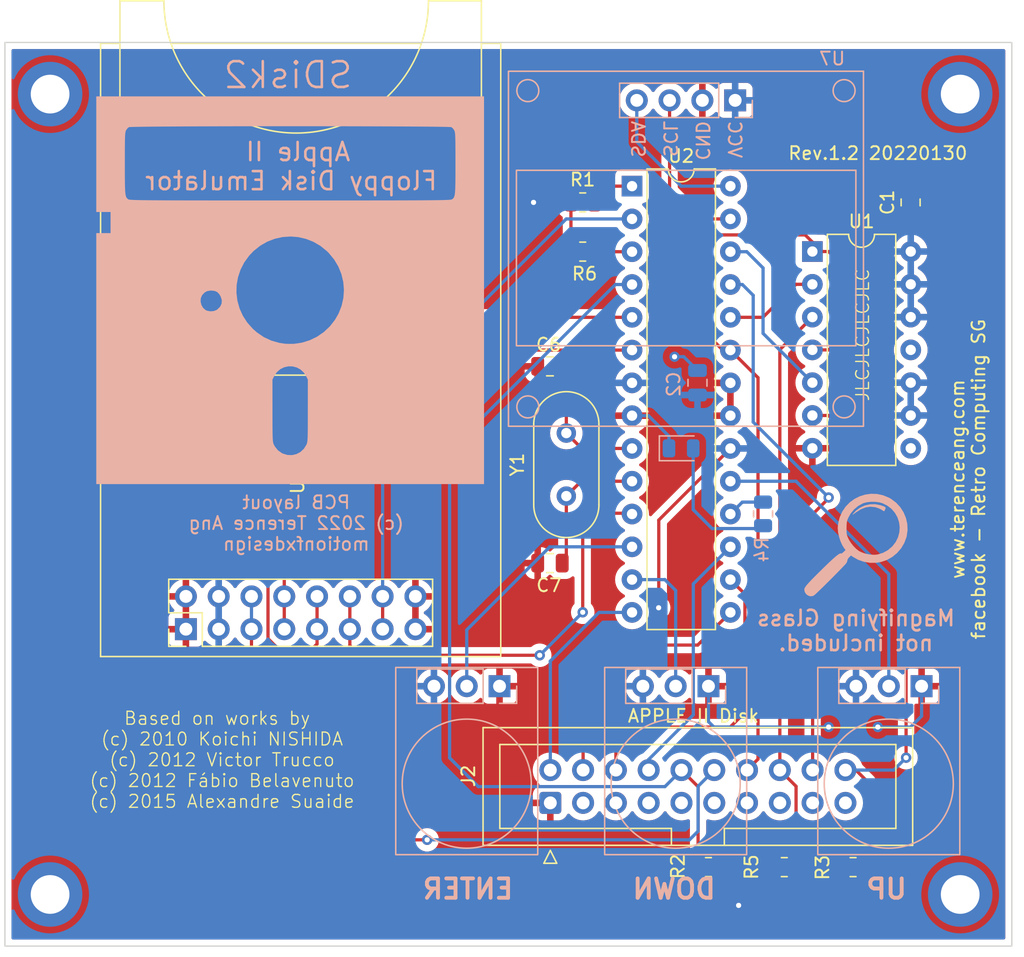
<source format=kicad_pcb>
(kicad_pcb (version 20211014) (generator pcbnew)
  (layers (0 "F.Cu" signal) (31 "B.Cu" signal) (34 "B.Paste" user) (35 "F.Paste" user) (36 "B.SilkS" user "B.Silkscreen") (37 "F.SilkS" user "F.Silkscreen") (38 "B.Mask" user) (39 "F.Mask" user) (44 "Edge.Cuts" user))
  (net 0 "")
  (net 1 "VCC")
  (net 2 "GND")
  (net 3 "+5V")
  (net 4 "Net-(D1-Pad2)")
  (net 5 "/STEP 0")
  (net 6 "/STEP 1")
  (net 7 "/STEP 2")
  (net 8 "/STEP 3")
  (net 9 "/W_REQUEST")
  (net 10 "/DRIVE_EN")
  (net 11 "/RD_PLUSE")
  (net 12 "/WRITE")
  (net 13 "/W_PROTECT")
  (net 16 "/BT_UP")
  (net 17 "/BT_DOWN")
  (net 18 "/BT_ENTER")
  (net 28 "Net-(R1-Pad1)")
  (net 29 "Net-(R4-Pad1)")
  (net 30 "Net-(C6-Pad1)")
  (net 31 "Net-(C7-Pad1)")
  (net 32 "/SD_Eject")
  (net 33 "Net-(U1-Pad2)")
  (net 34 "Net-(U1-Pad5)")
  (net 35 "/SD_DO{slash}MISO")
  (net 36 "/SD_CS{slash}CS")
  (net 37 "/SD_CLK{slash}CLK")
  (net 38 "/SCL")
  (net 39 "/SDA")
  (net 40 "/SD_DI{slash}MOSI")
  (footprint "terence:SDCard Module" (layer "F.Cu") (at -0.646178 21.742836 90)
    (fp_text reference "U3" (at 0 -0.5 90 unlocked) (layer "F.SilkS"))
    (fp_text value "SD_Card_Module")
    (pad "1" thru_hole rect locked (at -11.47 -9.15 90) (size 1.7 1.7) (drill 1) (layers *.Cu *.Mask) (net 2 "GND"))
    (pad "1" thru_hole oval locked (at -8.93 -9.15 90) (size 1.7 1.7) (drill 1) (layers *.Cu *.Mask) (net 2 "GND"))
    (pad "2" thru_hole oval locked (at -8.93 -6.61 90) (size 1.7 1.7) (drill 1) (layers *.Cu *.Mask) (net 1 "VCC"))
    (pad "2" thru_hole oval locked (at -11.47 -6.61 90) (size 1.7 1.7) (drill 1) (layers *.Cu *.Mask) (net 1 "VCC"))
    (pad "3" thru_hole oval locked (at -8.93 -4.07 90) (size 1.7 1.7) (drill 1) (layers *.Cu *.Mask) (net 3 "+5V"))
    (pad "3" thru_hole oval locked (at -11.47 -4.07 90) (size 1.7 1.7) (drill 1) (layers *.Cu *.Mask) (net 3 "+5V"))
    (pad "4" thru_hole oval locked (at -11.47 -1.53 90) (size 1.7 1.7) (drill 1) (layers *.Cu *.Mask) (net 36 "/SD_CS{slash}CS"))
    (pad "4" thru_hole oval locked (at -8.93 -1.53 90) (size 1.7 1.7) (drill 1) (layers *.Cu *.Mask) (net 36 "/SD_CS{slash}CS"))
    (pad "5" thru_hole oval locked (at -11.47 1.01 90) (size 1.7 1.7) (drill 1) (layers *.Cu *.Mask) (net 40 "/SD_DI{slash}MOSI"))
    (pad "5" thru_hole oval locked (at -8.93 1.01 90) (size 1.7 1.7) (drill 1) (layers *.Cu *.Mask) (net 40 "/SD_DI{slash}MOSI"))
    (pad "6" thru_hole oval locked (at -11.47 3.55 90) (size 1.7 1.7) (drill 1) (layers *.Cu *.Mask) (net 37 "/SD_CLK{slash}CLK"))
    (pad "6" thru_hole oval locked (at -8.93 3.55 90) (size 1.7 1.7) (drill 1) (layers *.Cu *.Mask) (net 37 "/SD_CLK{slash}CLK"))
    (pad "7" thru_hole oval locked (at -11.47 6.09 90) (size 1.7 1.7) (drill 1) (layers *.Cu *.Mask) (net 35 "/SD_DO{slash}MISO"))
    (pad "7" thru_hole oval locked (at -8.93 6.09 90) (size 1.7 1.7) (drill 1) (layers *.Cu *.Mask) (net 35 "/SD_DO{slash}MISO"))
    (pad "8" thru_hole oval locked (at -11.47 8.63 90) (size 1.7 1.7) (drill 1) (layers *.Cu *.Mask) (net 2 "GND"))
    (pad "8" thru_hole oval locked (at -8.93 8.63 90) (size 1.7 1.7) (drill 1) (layers *.Cu *.Mask) (net 2 "GND"))
  )
  (footprint "Resistor_SMD:R_0805_2012Metric" (layer "F.Cu") (at 20.943822 3.962836)
    (fp_text reference "R6" (at 0.143832 1.720566) (layer "F.SilkS"))
    (fp_text value "10K")
    (pad "1" smd roundrect (at -0.9125 0) (size 1.025 1.4) (layers "F.Cu" "F.Paste" "F.Mask") (roundrect_rratio 0.243902439) (net 1 "VCC"))
    (pad "2" smd roundrect (at 0.9125 0) (size 1.025 1.4) (layers "F.Cu" "F.Paste" "F.Mask") (roundrect_rratio 0.243902439) (net 32 "/SD_Eject"))
  )
  (footprint "Package_DIP:DIP-14_W7.62mm" (layer "F.Cu") (at 38.733822 3.957836)
    (fp_text reference "U1" (at 3.81 -2.33) (layer "F.SilkS"))
    (fp_text value "74HC125")
    (pad "1" thru_hole rect (at 0 0) (size 1.6 1.6) (drill 0.8) (layers *.Cu *.Mask) (net 10 "/DRIVE_EN"))
    (pad "2" thru_hole oval (at 0 2.54) (size 1.6 1.6) (drill 0.8) (layers *.Cu *.Mask) (net 33 "Net-(U1-Pad2)"))
    (pad "3" thru_hole oval (at 0 5.08) (size 1.6 1.6) (drill 0.8) (layers *.Cu *.Mask) (net 11 "/RD_PLUSE"))
    (pad "4" thru_hole oval (at 0 7.62) (size 1.6 1.6) (drill 0.8) (layers *.Cu *.Mask) (net 10 "/DRIVE_EN"))
    (pad "5" thru_hole oval (at 0 10.16) (size 1.6 1.6) (drill 0.8) (layers *.Cu *.Mask) (net 34 "Net-(U1-Pad5)"))
    (pad "6" thru_hole oval (at 0 12.7) (size 1.6 1.6) (drill 0.8) (layers *.Cu *.Mask) (net 13 "/W_PROTECT"))
    (pad "7" thru_hole oval (at 0 15.24) (size 1.6 1.6) (drill 0.8) (layers *.Cu *.Mask) (net 2 "GND"))
    (pad "8" thru_hole oval (at 7.62 15.24) (size 1.6 1.6) (drill 0.8) (layers *.Cu *.Mask))
    (pad "9" thru_hole oval (at 7.62 12.7) (size 1.6 1.6) (drill 0.8) (layers *.Cu *.Mask) (net 1 "VCC"))
    (pad "10" thru_hole oval (at 7.62 10.16) (size 1.6 1.6) (drill 0.8) (layers *.Cu *.Mask) (net 1 "VCC"))
    (pad "11" thru_hole oval (at 7.62 7.62) (size 1.6 1.6) (drill 0.8) (layers *.Cu *.Mask))
    (pad "12" thru_hole oval (at 7.62 5.08) (size 1.6 1.6) (drill 0.8) (layers *.Cu *.Mask) (net 1 "VCC"))
    (pad "13" thru_hole oval (at 7.62 2.54) (size 1.6 1.6) (drill 0.8) (layers *.Cu *.Mask) (net 1 "VCC"))
    (pad "14" thru_hole oval (at 7.62 0) (size 1.6 1.6) (drill 0.8) (layers *.Cu *.Mask) (net 1 "VCC"))
  )
  (footprint "Capacitor_SMD:C_0805_2012Metric" (layer "F.Cu") (at 18.403822 12.852836 180)
    (fp_text reference "C6" (at 0.099689 1.677657) (layer "F.SilkS"))
    (fp_text value "16pf")
    (pad "1" smd roundrect (at -0.95 0 180) (size 1 1.45) (layers "F.Cu" "F.Paste" "F.Mask") (net 30 "Net-(C6-Pad1)"))
    (pad "2" smd roundrect (at 0.95 0 180) (size 1 1.45) (layers "F.Cu" "F.Paste" "F.Mask") (net 2 "GND"))
  )
  (footprint "Resistor_SMD:R_0805_2012Metric" (layer "F.Cu") (at 36.557603 51.644541 180)
    (fp_text reference "R5" (at 2.54 0.002673 90) (layer "F.SilkS"))
    (fp_text value "100K")
    (pad "1" smd roundrect (at -0.9125 0 180) (size 1.025 1.4) (layers "F.Cu" "F.Paste" "F.Mask") (roundrect_rratio 0.243902439) (net 11 "/RD_PLUSE"))
    (pad "2" smd roundrect (at 0.9125 0 180) (size 1.025 1.4) (layers "F.Cu" "F.Paste" "F.Mask") (roundrect_rratio 0.243902439) (net 2 "GND"))
  )
  (footprint "Crystal:Crystal_HC49-U_Vertical" (layer "F.Cu") (at 19.673822 18.022836 -90)
    (fp_text reference "Y1" (at 2.44 3.802456 90) (layer "F.SilkS"))
    (fp_text value "27Mhz")
    (pad "1" thru_hole circle (at 0 0 270) (size 1.5 1.5) (drill 0.8) (layers *.Cu *.Mask) (net 30 "Net-(C6-Pad1)"))
    (pad "2" thru_hole circle (at 4.88 0 270) (size 1.5 1.5) (drill 0.8) (layers *.Cu *.Mask) (net 31 "Net-(C7-Pad1)"))
  )
  (footprint "Capacitor_SMD:C_0805_2012Metric" (layer "F.Cu") (at 46.343822 0.152836 90)
    (fp_text reference "C1" (at 0 -1.800115 90) (layer "F.SilkS"))
    (fp_text value "1nF")
    (pad "1" smd roundrect (at -0.95 0 90) (size 1 1.45) (layers "F.Cu" "F.Paste" "F.Mask") (net 1 "VCC"))
    (pad "2" smd roundrect (at 0.95 0 90) (size 1 1.45) (layers "F.Cu" "F.Paste" "F.Mask") (net 2 "GND"))
  )
  (footprint "Resistor_SMD:R_0805_2012Metric" (layer "F.Cu") (at 20.943822 0.152836 180)
    (fp_text reference "R1" (at 0.008842 1.759431) (layer "F.SilkS"))
    (fp_text value "10K" hide)
    (pad "1" smd roundrect (at -0.9125 0 180) (size 1.025 1.4) (layers "F.Cu" "F.Paste" "F.Mask") (roundrect_rratio 0.243902439) (net 28 "Net-(R1-Pad1)"))
    (pad "2" smd roundrect (at 0.9125 0 180) (size 1.025 1.4) (layers "F.Cu" "F.Paste" "F.Mask") (roundrect_rratio 0.243902439) (net 1 "VCC"))
  )
  (footprint "Package_DIP:DIP-28_W7.62mm" (layer "F.Cu") (at 24.763822 -1.107164)
    (fp_text reference "U2" (at 3.81 -2.33) (layer "F.SilkS"))
    (fp_text value "ATmega328P-P")
    (pad "1" thru_hole rect (at 0 0) (size 1.6 1.6) (drill 0.8) (layers *.Cu *.Mask) (net 28 "Net-(R1-Pad1)"))
    (pad "2" thru_hole oval (at 0 2.54) (size 1.6 1.6) (drill 0.8) (layers *.Cu *.Mask) (net 35 "/SD_DO{slash}MISO"))
    (pad "3" thru_hole oval (at 0 5.08) (size 1.6 1.6) (drill 0.8) (layers *.Cu *.Mask) (net 32 "/SD_Eject"))
    (pad "4" thru_hole oval (at 0 7.62) (size 1.6 1.6) (drill 0.8) (layers *.Cu *.Mask) (net 9 "/W_REQUEST"))
    (pad "5" thru_hole oval (at 0 10.16) (size 1.6 1.6) (drill 0.8) (layers *.Cu *.Mask) (net 40 "/SD_DI{slash}MOSI"))
    (pad "6" thru_hole oval (at 0 12.7) (size 1.6 1.6) (drill 0.8) (layers *.Cu *.Mask) (net 36 "/SD_CS{slash}CS"))
    (pad "7" thru_hole oval (at 0 15.24) (size 1.6 1.6) (drill 0.8) (layers *.Cu *.Mask) (net 1 "VCC"))
    (pad "8" thru_hole oval (at 0 17.78) (size 1.6 1.6) (drill 0.8) (layers *.Cu *.Mask) (net 2 "GND"))
    (pad "9" thru_hole oval (at 0 20.32) (size 1.6 1.6) (drill 0.8) (layers *.Cu *.Mask) (net 30 "Net-(C6-Pad1)"))
    (pad "10" thru_hole oval (at 0 22.86) (size 1.6 1.6) (drill 0.8) (layers *.Cu *.Mask) (net 31 "Net-(C7-Pad1)"))
    (pad "11" thru_hole oval (at 0 25.4) (size 1.6 1.6) (drill 0.8) (layers *.Cu *.Mask) (net 37 "/SD_CLK{slash}CLK"))
    (pad "12" thru_hole oval (at 0 27.94) (size 1.6 1.6) (drill 0.8) (layers *.Cu *.Mask) (net 18 "/BT_ENTER"))
    (pad "13" thru_hole oval (at 0 30.48) (size 1.6 1.6) (drill 0.8) (layers *.Cu *.Mask) (net 17 "/BT_DOWN"))
    (pad "14" thru_hole oval (at 0 33.02) (size 1.6 1.6) (drill 0.8) (layers *.Cu *.Mask) (net 5 "/STEP 0"))
    (pad "15" thru_hole oval (at 7.62 33.02) (size 1.6 1.6) (drill 0.8) (layers *.Cu *.Mask) (net 6 "/STEP 1"))
    (pad "16" thru_hole oval (at 7.62 30.48) (size 1.6 1.6) (drill 0.8) (layers *.Cu *.Mask) (net 7 "/STEP 2"))
    (pad "17" thru_hole oval (at 7.62 27.94) (size 1.6 1.6) (drill 0.8) (layers *.Cu *.Mask) (net 8 "/STEP 3"))
    (pad "18" thru_hole oval (at 7.62 25.4) (size 1.6 1.6) (drill 0.8) (layers *.Cu *.Mask) (net 29 "Net-(R4-Pad1)"))
    (pad "19" thru_hole oval (at 7.62 22.86) (size 1.6 1.6) (drill 0.8) (layers *.Cu *.Mask) (net 16 "/BT_UP"))
    (pad "20" thru_hole oval (at 7.62 20.32) (size 1.6 1.6) (drill 0.8) (layers *.Cu *.Mask) (net 1 "VCC"))
    (pad "21" thru_hole oval (at 7.62 17.78) (size 1.6 1.6) (drill 0.8) (layers *.Cu *.Mask) (net 2 "GND"))
    (pad "22" thru_hole oval (at 7.62 15.24) (size 1.6 1.6) (drill 0.8) (layers *.Cu *.Mask) (net 2 "GND"))
    (pad "23" thru_hole oval (at 7.62 12.7) (size 1.6 1.6) (drill 0.8) (layers *.Cu *.Mask) (net 10 "/DRIVE_EN"))
    (pad "24" thru_hole oval (at 7.62 10.16) (size 1.6 1.6) (drill 0.8) (layers *.Cu *.Mask) (net 33 "Net-(U1-Pad2)"))
    (pad "25" thru_hole oval (at 7.62 7.62) (size 1.6 1.6) (drill 0.8) (layers *.Cu *.Mask) (net 12 "/WRITE"))
    (pad "26" thru_hole oval (at 7.62 5.08) (size 1.6 1.6) (drill 0.8) (layers *.Cu *.Mask) (net 34 "Net-(U1-Pad5)"))
    (pad "27" thru_hole oval (at 7.62 2.54) (size 1.6 1.6) (drill 0.8) (layers *.Cu *.Mask) (net 38 "/SCL"))
    (pad "28" thru_hole oval (at 7.62 0) (size 1.6 1.6) (drill 0.8) (layers *.Cu *.Mask) (net 39 "/SDA"))
  )
  (footprint "Resistor_SMD:R_0805_2012Metric" (layer "F.Cu") (at 41.885574 51.644541 180)
    (fp_text reference "R3" (at 2.36413 -0.035233 90) (layer "F.SilkS"))
    (fp_text value "100K")
    (pad "1" smd roundrect (at -0.9125 0 180) (size 1.025 1.4) (layers "F.Cu" "F.Paste" "F.Mask") (roundrect_rratio 0.243902439) (net 13 "/W_PROTECT"))
    (pad "2" smd roundrect (at 0.9125 0 180) (size 1.025 1.4) (layers "F.Cu" "F.Paste" "F.Mask") (roundrect_rratio 0.243902439) (net 2 "GND"))
  )
  (footprint "Connector_IDC:IDC-Header_2x10_P2.54mm_Vertical" (layer "F.Cu") (at 18.432838 46.667415 90)
    (fp_text reference "J2" (at 2.08375 -6.35 90) (layer "F.SilkS"))
    (fp_text value "APPLE II Disk" (at 6.735515 11.086681) (layer "F.SilkS"))
    (pad "1" thru_hole roundrect (at 0 0 90) (size 1.7 1.7) (drill 1) (layers *.Cu *.Mask) (roundrect_rratio 0.1470588235) (net 2 "GND"))
    (pad "2" thru_hole circle (at 2.54 0 90) (size 1.7 1.7) (drill 1) (layers *.Cu *.Mask) (net 5 "/STEP 0"))
    (pad "3" thru_hole circle (at 0 2.54 90) (size 1.7 1.7) (drill 1) (layers *.Cu *.Mask))
    (pad "4" thru_hole circle (at 2.54 2.54 90) (size 1.7 1.7) (drill 1) (layers *.Cu *.Mask) (net 6 "/STEP 1"))
    (pad "5" thru_hole circle (at 0 5.08 90) (size 1.7 1.7) (drill 1) (layers *.Cu *.Mask))
    (pad "6" thru_hole circle (at 2.54 5.08 90) (size 1.7 1.7) (drill 1) (layers *.Cu *.Mask) (net 7 "/STEP 2"))
    (pad "7" thru_hole circle (at 0 7.62 90) (size 1.7 1.7) (drill 1) (layers *.Cu *.Mask))
    (pad "8" thru_hole circle (at 2.54 7.62 90) (size 1.7 1.7) (drill 1) (layers *.Cu *.Mask) (net 8 "/STEP 3"))
    (pad "9" thru_hole circle (at 0 10.16 90) (size 1.7 1.7) (drill 1) (layers *.Cu *.Mask))
    (pad "10" thru_hole circle (at 2.54 10.16 90) (size 1.7 1.7) (drill 1) (layers *.Cu *.Mask) (net 9 "/W_REQUEST"))
    (pad "11" thru_hole circle (at 0 12.7 90) (size 1.7 1.7) (drill 1) (layers *.Cu *.Mask))
    (pad "12" thru_hole circle (at 2.54 12.7 90) (size 1.7 1.7) (drill 1) (layers *.Cu *.Mask) (net 3 "+5V"))
    (pad "13" thru_hole circle (at 0 15.24 90) (size 1.7 1.7) (drill 1) (layers *.Cu *.Mask))
    (pad "14" thru_hole circle (at 2.54 15.24 90) (size 1.7 1.7) (drill 1) (layers *.Cu *.Mask) (net 10 "/DRIVE_EN"))
    (pad "15" thru_hole circle (at 0 17.78 90) (size 1.7 1.7) (drill 1) (layers *.Cu *.Mask))
    (pad "16" thru_hole circle (at 2.54 17.78 90) (size 1.7 1.7) (drill 1) (layers *.Cu *.Mask) (net 11 "/RD_PLUSE"))
    (pad "17" thru_hole circle (at 0 20.32 90) (size 1.7 1.7) (drill 1) (layers *.Cu *.Mask))
    (pad "18" thru_hole circle (at 2.54 20.32 90) (size 1.7 1.7) (drill 1) (layers *.Cu *.Mask) (net 12 "/WRITE"))
    (pad "19" thru_hole circle (at 0 22.86 90) (size 1.7 1.7) (drill 1) (layers *.Cu *.Mask))
    (pad "20" thru_hole circle (at 2.54 22.86 90) (size 1.7 1.7) (drill 1) (layers *.Cu *.Mask) (net 13 "/W_PROTECT"))
  )
  (footprint "Capacitor_SMD:C_0805_2012Metric" (layer "F.Cu") (at 18.403822 28.092836 180)
    (fp_text reference "C7" (at 0.076201 -1.724109) (layer "F.SilkS"))
    (fp_text value "16pf" hide)
    (pad "1" smd roundrect (at -0.95 0 180) (size 1 1.45) (layers "F.Cu" "F.Paste" "F.Mask") (net 31 "Net-(C7-Pad1)"))
    (pad "2" smd roundrect (at 0.95 0 180) (size 1 1.45) (layers "F.Cu" "F.Paste" "F.Mask") (net 2 "GND"))
  )
  (footprint "Resistor_SMD:R_0805_2012Metric" (layer "F.Cu") (at 30.682661 51.644541 180)
    (fp_text reference "R2" (at 2.360583 0.046976 90) (layer "F.SilkS"))
    (fp_text value "10K")
    (pad "1" smd roundrect (at -0.9125 0 180) (size 1.025 1.4) (layers "F.Cu" "F.Paste" "F.Mask") (roundrect_rratio 0.243902439) (net 1 "VCC"))
    (pad "2" smd roundrect (at 0.9125 0 180) (size 1.025 1.4) (layers "F.Cu" "F.Paste" "F.Mask") (roundrect_rratio 0.243902439) (net 9 "/W_REQUEST"))
  )
  (footprint "LOGO" (layer "B.Cu") (at 42.109593 26.67 180)
    (fp_text reference "G***" hide)
    (fp_text value "LOGO" hide)
  )
  (footprint "Capacitor_SMD:C_0805_2012Metric" (layer "B.Cu") (at 29.833822 14.122836 90)
    (fp_text reference "C2" (at -0.120052 -1.845038 90) (layer "B.SilkS") (effects (justify mirror)))
    (fp_text value "1nF" hide)
    (pad "1" smd roundrect (at -0.95 0 90) (size 1 1.45) (layers "B.Cu" "B.Paste" "B.Mask") (net 1 "VCC"))
    (pad "2" smd roundrect (at 0.95 0 90) (size 1 1.45) (layers "B.Cu" "B.Paste" "B.Mask") (net 2 "GND"))
  )
  (footprint "terence:TP223" (layer "B.Cu") (at 50.153822 36.177836 180)
    (fp_text reference "U4" hide)
    (fp_text value "UP")
    (pad "1" thru_hole rect (at 2.96 -1.450984 90) (size 1.7 1.7) (drill 1) (layers *.Cu *.Mask) (net 2 "GND"))
    (pad "2" thru_hole oval (at 5.5 -1.450984 90) (size 1.7 1.7) (drill 1) (layers *.Cu *.Mask) (net 16 "/BT_UP"))
    (pad "3" thru_hole oval (at 8.04 -1.450984 90) (size 1.7 1.7) (drill 1) (layers *.Cu *.Mask) (net 1 "VCC"))
  )
  (footprint "terence:TP223" (layer "B.Cu") (at 33.643822 36.177836 180)
    (fp_text reference "U5" hide)
    (fp_text value "DOWN")
    (pad "1" thru_hole rect (at 2.96 -1.450984 90) (size 1.7 1.7) (drill 1) (layers *.Cu *.Mask) (net 2 "GND"))
    (pad "2" thru_hole oval (at 5.5 -1.450984 90) (size 1.7 1.7) (drill 1) (layers *.Cu *.Mask) (net 17 "/BT_DOWN"))
    (pad "3" thru_hole oval (at 8.04 -1.450984 90) (size 1.7 1.7) (drill 1) (layers *.Cu *.Mask) (net 1 "VCC"))
  )
  (footprint "terence:TP223" (layer "B.Cu") (at 17.458822 36.177836 180)
    (fp_text reference "U6" hide)
    (fp_text value "ENTER")
    (pad "1" thru_hole rect (at 2.96 -1.450984 90) (size 1.7 1.7) (drill 1) (layers *.Cu *.Mask) (net 2 "GND"))
    (pad "2" thru_hole oval (at 5.5 -1.450984 90) (size 1.7 1.7) (drill 1) (layers *.Cu *.Mask) (net 18 "/BT_ENTER"))
    (pad "3" thru_hole oval (at 8.04 -1.450984 90) (size 1.7 1.7) (drill 1) (layers *.Cu *.Mask) (net 1 "VCC"))
  )
  (footprint "LOGO" (layer "B.Cu") (at -1.720671 6.956086 180)
    (fp_text reference "G***" hide)
    (fp_text value "LOGO" hide)
  )
  (footprint "LED_SMD:LED_0805_2012Metric" (layer "B.Cu") (at 28.563822 19.202836)
    (fp_text reference "D1" hide)
    (fp_text value "LED" hide)
    (pad "1" smd roundrect (at -0.9375 0) (size 0.975 1.4) (layers "B.Cu" "B.Paste" "B.Mask") (net 2 "GND"))
    (pad "2" smd roundrect (at 0.9375 0) (size 0.975 1.4) (layers "B.Cu" "B.Paste" "B.Mask") (net 4 "Net-(D1-Pad2)"))
  )
  (footprint "Resistor_SMD:R_0805_2012Metric" (layer "B.Cu") (at 34.913822 24.282836 -90)
    (fp_text reference "R4" (at 2.768022 0.093953 90) (layer "B.SilkS") (effects (justify mirror)))
    (fp_text value "330")
    (pad "1" smd roundrect (at -0.9125 0 270) (size 1.025 1.4) (layers "B.Cu" "B.Paste" "B.Mask") (roundrect_rratio 0.243902439) (net 29 "Net-(R4-Pad1)"))
    (pad "2" smd roundrect (at 0.9125 0 270) (size 1.025 1.4) (layers "B.Cu" "B.Paste" "B.Mask") (roundrect_rratio 0.243902439) (net 4 "Net-(D1-Pad2)"))
  )
  (footprint "terence:0.96OLED I2C" (layer "B.Cu") (at 42.691322 -10.007164 180)
    (fp_text reference "U7" (at 2.423005 0.975484 unlocked) (layer "B.SilkS") (effects (justify mirror)))
    (fp_text value "0.96\"OLED_I2C")
    (fp_text user "SDA" (at 17.479131 -5.260521 270 unlocked) (layer "B.SilkS") (effects (justify mirror)))
    (fp_text user "SCL" (at 14.97858 -5.236712 270 unlocked) (layer "B.SilkS") (effects (justify mirror)))
    (fp_text user "VCC" (at 9.977478 -5.284331 270 unlocked) (layer "B.SilkS") (effects (justify mirror)))
    (fp_text user "CND" (at 12.478029 -5.379569 270 unlocked) (layer "B.SilkS") (effects (justify mirror)))
    (pad "1" thru_hole rect (at 9.94 -2.253978 90) (size 1.7 1.7) (drill 1) (layers *.Cu *.Mask) (net 1 "VCC"))
    (pad "2" thru_hole oval (at 12.48 -2.253978 90) (size 1.7 1.7) (drill 1) (layers *.Cu *.Mask) (net 2 "GND"))
    (pad "3" thru_hole oval (at 15.02 -2.253978 90) (size 1.7 1.7) (drill 1) (layers *.Cu *.Mask) (net 38 "/SCL"))
    (pad "4" thru_hole oval (at 17.56 -2.253978 90) (size 1.7 1.7) (drill 1) (layers *.Cu *.Mask) (net 39 "/SDA"))
  )
  (gr_rect (start -23.816178 -12.237164) (end 54.183822 57.762836) (layer "Edge.Cuts") (width 0.1) (fill none))
  (gr_text "PCB layout\n(c) 2022 Terence Ang\nmotionfxdesign" (at -1.248198 24.999727) (layer "B.SilkS") (effects (font (size 1 1)) (justify mirror)))
  (gr_text "DOWN" (at 28.02017 53.34) (layer "B.SilkS") (effects (font (size 1.5 1.5) (thickness 0.3)) (justify mirror)))
  (gr_text "SDisk2" (at -1.887596 -9.705796) (layer "B.SilkS") (effects (font (size 2 2) (thickness 0.2)) (justify mirror)))
  (gr_text "ENTER" (at 12.053822 53.34) (layer "B.SilkS") (effects (font (size 1.5 1.5) (thickness 0.3)) (justify mirror)))
  (gr_text "UP" (at 44.474285 53.34) (layer "B.SilkS") (effects (font (size 1.5 1.5) (thickness 0.3)) (justify mirror)))
  (gr_text "Magnifying Glass\nnot included." (at 42.106267 33.325091) (layer "B.SilkS") (effects (font (size 1.2 1.2) (thickness 0.2)) (justify mirror)))
  (gr_text "Apple II \nFloppy Disk Emulator" (at -1.642563 -2.638962) (layer "B.SilkS") (effects (font (size 1.4 1.4) (thickness 0.2)) (justify mirror)))
  (gr_text "Based on works by \n(c) 2010 Koichi NISHIDA\n(c) 2012 Victor Trucco\n(c) 2012 Fábio Belavenuto\n(c) 2015 Alexandre Suaide" (at -6.996178 43.332836) (layer "F.SilkS") (effects (font (size 1 1) (thickness 0.1))))
  (gr_text "JLCJLCJLCJLC" (at 42.622322 10.422923 90) (layer "F.SilkS") (effects (font (size 1 1) (thickness 0.1))))
  (gr_text "Rev.1.2 20220130" (at 43.803822 -3.657164) (layer "F.SilkS") (effects (font (size 1 1))))
  (gr_text "www.terenceang.com\nfacebook - Retro Computing SG" (at 50.8 21.59 90) (layer "F.SilkS") (effects (font (size 1 1))))
  (segment (start -7.256178 30.672836) (end -7.256178 33.212836) (width 0.25) (layer "F.Cu") (net 1))
  (segment (start 31.595161 51.644541) (end 33.02 53.06938) (width 0.25) (layer "F.Cu") (net 1))
  (segment (start 33.02 53.06938) (end 33.02 54.61) (width 0.25) (layer "F.Cu") (net 1))
  (segment (start 26.824399 31.553433) (end 26.835315 31.542517) (width 0.25) (layer "F.Cu") (net 1))
  (segment (start 20.031322 0.152836) (end 17.133822 0.152836) (width 0.25) (layer "F.Cu") (net 1))
  (segment (start 46.353822 1.112836) (end 46.353822 3.957836) (width 0.25) (layer "F.Cu") (net 1))
  (segment (start 20.031322 3.962836) (end 20.031322 0.152836) (width 0.25) (layer "F.Cu") (net 1))
  (segment (start 26.835315 24.761343) (end 32.383822 19.212836) (width 0.25) (layer "F.Cu") (net 1))
  (segment (start 26.835315 31.542517) (end 26.835315 24.761343) (width 0.25) (layer "F.Cu") (net 1))
  (via (at 33.02 54.61) (size 0.8) (drill 0.4) (layers "F.Cu" "B.Cu") (net 1))
  (via (at 26.824399 31.553433) (size 0.8) (drill 0.4) (layers "F.Cu" "B.Cu") (net 1))
  (via (at 17.133822 0.152836) (size 0.8) (drill 0.4) (layers "F.Cu" "B.Cu") (net 1))
  (segment (start 39.993822 40.792836) (end 43.803822 40.792836) (width 0.25) (layer "F.Cu") (net 2))
  (via (at 50.183822 -8.237164) (size 5) (drill 3) (layers "F.Cu" "B.Cu") (net 2))
  (via (at -20.316178 -8.237164) (size 5) (drill 3) (layers "F.Cu" "B.Cu") (net 2))
  (via (at -20.316178 53.762836) (size 5) (drill 3) (layers "F.Cu" "B.Cu") (net 2))
  (via (at 28.058063 12.106864) (size 0.8) (drill 0.4) (layers "F.Cu" "B.Cu") (net 2))
  (via (at 39.993822 40.792836) (size 0.8) (drill 0.4) (layers "F.Cu" "B.Cu") (net 2))
  (via (at 43.803822 40.792836) (size 0.8) (drill 0.4) (layers "F.Cu" "B.Cu") (net 2))
  (via (at 50.183822 53.762836) (size 5) (drill 3) (layers "F.Cu" "B.Cu") (net 2))
  (segment (start 30.683822 37.62882) (end 30.683822 40.372836) (width 0.25) (layer "B.Cu") (net 2))
  (segment (start 47.193822 39.942836) (end 47.193822 37.62882) (width 0.25) (layer "B.Cu") (net 2))
  (segment (start 28.058063 12.106864) (end 28.76785 12.106864) (width 0.25) (layer "B.Cu") (net 2))
  (segment (start 46.343822 40.792836) (end 47.193822 39.942836) (width 0.25) (layer "B.Cu") (net 2))
  (segment (start 27.626322 19.202836) (end 27.626322 18.265336) (width 0.25) (layer "B.Cu") (net 2))
  (segment (start 31.103822 40.792836) (end 39.993822 40.792836) (width 0.25) (layer "B.Cu") (net 2))
  (segment (start 26.033822 16.672836) (end 24.763822 16.672836) (width 0.25) (layer "B.Cu") (net 2))
  (segment (start 28.76785 12.106864) (end 29.833822 13.172836) (width 0.25) (layer "B.Cu") (net 2))
  (segment (start 43.803822 40.792836) (end 46.343822 40.792836) (width 0.25) (layer "B.Cu") (net 2))
  (segment (start 27.626322 18.265336) (end 26.033822 16.672836) (width 0.25) (layer "B.Cu") (net 2))
  (segment (start 30.683822 40.372836) (end 31.103822 40.792836) (width 0.25) (layer "B.Cu") (net 2))
  (segment (start -4.716178 46.083822) (end -1.27 49.53) (width 0.25) (layer "F.Cu") (net 3))
  (segment (start -4.716178 33.212836) (end -4.716178 46.083822) (width 0.25) (layer "F.Cu") (net 3))
  (segment (start -1.27 49.53) (end 8.89 49.53) (width 0.25) (layer "F.Cu") (net 3))
  (via (at 8.89 49.53) (size 0.8) (drill 0.4) (layers "F.Cu" "B.Cu") (net 3))
  (segment (start 8.89 49.53) (end 29.21 49.53) (width 0.25) (layer "B.Cu") (net 3))
  (segment (start 29.21 49.53) (end 29.879937 48.860063) (width 0.25) (layer "B.Cu") (net 3))
  (segment (start 29.879937 45.380316) (end 31.132838 44.127415) (width 0.25) (layer "B.Cu") (net 3))
  (segment (start -4.716178 33.212836) (end -4.716178 30.672836) (width 0.25) (layer "B.Cu") (net 3))
  (segment (start 29.879937 48.860063) (end 29.879937 45.380316) (width 0.25) (layer "B.Cu") (net 3))
  (segment (start 29.501322 23.950336) (end 29.501322 19.202836) (width 0.25) (layer "B.Cu") (net 4))
  (segment (start 30.968333 25.417347) (end 29.501322 23.950336) (width 0.25) (layer "B.Cu") (net 4))
  (segment (start 34.691811 25.417347) (end 30.968333 25.417347) (width 0.25) (layer "B.Cu") (net 4))
  (segment (start 18.432838 35.68382) (end 18.432838 44.127415) (width 0.25) (layer "B.Cu") (net 5))
  (segment (start 24.763822 31.912836) (end 22.203822 31.912836) (width 0.25) (layer "B.Cu") (net 5))
  (segment (start 22.203822 31.912836) (end 18.432838 35.68382) (width 0.25) (layer "B.Cu") (net 5))
  (segment (start 20.972838 44.127415) (end 20.972838 36.95382) (width 0.25) (layer "F.Cu") (net 6))
  (segment (start 29.853822 34.442836) (end 32.383822 31.912836) (width 0.25) (layer "F.Cu") (net 6))
  (segment (start 23.483822 34.442836) (end 29.853822 34.442836) (width 0.25) (layer "F.Cu") (net 6))
  (segment (start 20.972838 36.95382) (end 23.483822 34.442836) (width 0.25) (layer "F.Cu") (net 6))
  (segment (start 33.508333 30.497347) (end 32.383822 29.372836) (width 0.25) (layer "F.Cu") (net 7))
  (segment (start 23.512838 42.261207) (end 24.981209 40.792836) (width 0.25) (layer "F.Cu") (net 7))
  (segment (start 32.373822 40.792836) (end 33.508333 39.658325) (width 0.25) (layer "F.Cu") (net 7))
  (segment (start 24.981209 40.792836) (end 32.373822 40.792836) (width 0.25) (layer "F.Cu") (net 7))
  (segment (start 33.508333 39.658325) (end 33.508333 30.497347) (width 0.25) (layer "F.Cu") (net 7))
  (segment (start 23.512838 44.127415) (end 23.512838 42.261207) (width 0.25) (layer "F.Cu") (net 7))
  (segment (start 32.383822 26.832836) (end 29.509311 29.707347) (width 0.25) (layer "B.Cu") (net 8))
  (segment (start 26.052838 43.30382) (end 26.052838 44.127415) (width 0.25) (layer "B.Cu") (net 8))
  (segment (start 29.509311 39.847347) (end 26.052838 43.30382) (width 0.25) (layer "B.Cu") (net 8))
  (segment (start 29.509311 29.707347) (end 29.509311 39.847347) (width 0.25) (layer "B.Cu") (net 8))
  (segment (start 28.592838 44.127415) (end 29.879936 45.414513) (width 0.25) (layer "F.Cu") (net 9))
  (segment (start 29.879936 45.414513) (end 29.879936 51.534766) (width 0.25) (layer "F.Cu") (net 9))
  (segment (start 10.630986 19.355672) (end 23.473822 6.512836) (width 0.25) (layer "B.Cu") (net 9))
  (segment (start 23.473822 6.512836) (end 24.763822 6.512836) (width 0.25) (layer "B.Cu") (net 9))
  (segment (start 27.313202 45.407051) (end 12.858037 45.407051) (width 0.25) (layer "B.Cu") (net 9))
  (segment (start 28.592838 44.127415) (end 27.313202 45.407051) (width 0.25) (layer "B.Cu") (net 9))
  (segment (start 10.630986 43.18) (end 10.630986 19.355672) (width 0.25) (layer "B.Cu") (net 9))
  (segment (start 12.858037 45.407051) (end 10.630986 43.18) (width 0.25) (layer "B.Cu") (net 9))
  (segment (start 41.263822 10.312836) (end 39.993822 11.582836) (width 0.25) (layer "F.Cu") (net 10))
  (segment (start 31.794347 11.592836) (end 30.830901 10.62939) (width 0.25) (layer "F.Cu") (net 10))
  (segment (start 38.733822 3.226939) (end 38.733822 3.957836) (width 0.25) (layer "F.Cu") (net 10))
  (segment (start 33.672838 44.127415) (end 34.522838 43.277415) (width 0.25) (layer "F.Cu") (net 10))
  (segment (start 38.177917 2.671034) (end 38.733822 3.226939) (width 0.25) (layer "F.Cu") (net 10))
  (segment (start 38.733822 3.957836) (end 39.988822 3.957836) (width 0.25) (layer "F.Cu") (net 10))
  (segment (start 39.993822 11.582836) (end 39.988822 11.577836) (width 0.25) (layer "F.Cu") (net 10))
  (segment (start 30.830901 10.62939) (end 30.830901 3.457044) (width 0.25) (layer "F.Cu") (net 10))
  (segment (start 34.522838 13.731852) (end 32.383822 11.592836) (width 0.25) (layer "F.Cu") (net 10))
  (segment (start 31.616911 2.671034) (end 38.177917 2.671034) (width 0.25) (layer "F.Cu") (net 10))
  (segment (start 39.988822 11.577836) (end 38.733822 11.577836) (width 0.25) (layer "F.Cu") (net 10))
  (segment (start 39.988822 3.957836) (end 41.263822 5.232836) (width 0.25) (layer "F.Cu") (net 10))
  (segment (start 41.263822 5.232836) (end 41.263822 10.312836) (width 0.25) (layer "F.Cu") (net 10))
  (segment (start 30.830901 3.457044) (end 31.616911 2.671034) (width 0.25) (layer "F.Cu") (net 10))
  (segment (start 34.522838 43.277415) (end 34.522838 13.731852) (width 0.25) (layer "F.Cu") (net 10))
  (segment (start 37.470103 45.38468) (end 37.470103 51.644541) (width 0.25) (layer "F.Cu") (net 11))
  (segment (start 38.733822 9.037836) (end 36.212838 11.55882) (width 0.25) (layer "F.Cu") (net 11))
  (segment (start 36.212838 11.55882) (end 36.212838 44.127415) (width 0.25) (layer "F.Cu") (net 11))
  (segment (start 36.212838 44.127415) (end 37.470103 45.38468) (width 0.25) (layer "F.Cu") (net 11))
  (segment (start 39.993822 23.070868) (end 39.993822 23.012836) (width 0.25) (layer "F.Cu") (net 12))
  (segment (start 38.752838 24.311852) (end 39.993822 23.070868) (width 0.25) (layer "F.Cu") (net 12))
  (segment (start 38.752838 44.127415) (end 38.752838 24.311852) (width 0.25) (layer "F.Cu") (net 12))
  (via (at 39.993822 23.012836) (size 0.8) (drill 0.4) (layers "F.Cu" "B.Cu") (net 12))
  (segment (start 33.311655 6.512836) (end 32.383822 6.512836) (width 0.25) (layer "B.Cu") (net 12))
  (segment (start 39.993822 23.012836) (end 34.149645 17.168659) (width 0.25) (layer "B.Cu") (net 12))
  (segment (start 34.149645 7.350826) (end 33.311655 6.512836) (width 0.25) (layer "B.Cu") (net 12))
  (segment (start 34.149645 17.168659) (end 34.149645 7.350826) (width 0.25) (layer "B.Cu") (net 12))
  (segment (start 43.02278 51.551578) (end 43.02278 45.043607) (width 0.25) (layer "F.Cu") (net 13))
  (segment (start 45.992675 22.661689) (end 45.992675 43.168494) (width 0.25) (layer "F.Cu") (net 13))
  (segment (start 39.988822 16.657836) (end 45.992675 22.661689) (width 0.25) (layer "F.Cu") (net 13))
  (segment (start 42.106588 44.127415) (end 41.292838 44.127415) (width 0.25) (layer "F.Cu") (net 13))
  (segment (start 38.733822 16.657836) (end 39.988822 16.657836) (width 0.25) (layer "F.Cu") (net 13))
  (segment (start 43.02278 45.043607) (end 42.106588 44.127415) (width 0.25) (layer "F.Cu") (net 13))
  (via (at 45.992675 43.168494) (size 0.8) (drill 0.4) (layers "F.Cu" "B.Cu") (net 13))
  (segment (start 45.033754 44.127415) (end 41.292838 44.127415) (width 0.25) (layer "B.Cu") (net 13))
  (segment (start 45.992675 43.168494) (end 45.033754 44.127415) (width 0.25) (layer "B.Cu") (net 13))
  (segment (start 44.653822 37.62882) (end 44.653822 28.942836) (width 0.25) (layer "B.Cu") (net 16))
  (segment (start 44.653822 28.942836) (end 37.463822 21.752836) (width 0.25) (layer "B.Cu") (net 16))
  (segment (start 37.463822 21.752836) (end 32.383822 21.752836) (width 0.25) (layer "B.Cu") (net 16))
  (segment (start 28.143822 30.212836) (end 27.293822 29.362836) (width 0.25) (layer "B.Cu") (net 17))
  (segment (start 27.293822 29.362836) (end 27.283822 29.372836) (width 0.25) (layer "B.Cu") (net 17))
  (segment (start 27.283822 29.372836) (end 24.763822 29.372836) (width 0.25) (layer "B.Cu") (net 17))
  (segment (start 28.143822 37.62882) (end 28.143822 30.212836) (width 0.25) (layer "B.Cu") (net 17))
  (segment (start 11.958822 33.267836) (end 18.393822 26.832836) (width 0.25) (layer "B.Cu") (net 18))
  (segment (start 11.958822 37.62882) (end 11.958822 33.267836) (width 0.25) (layer "B.Cu") (net 18))
  (segment (start 18.393822 26.832836) (end 24.763822 26.832836) (width 0.25) (layer "B.Cu") (net 18))
  (segment (start 21.856322 0.152836) (end 23.116322 -1.107164) (width 0.25) (layer "F.Cu") (net 28))
  (segment (start 23.116322 -1.107164) (end 24.763822 -1.107164) (width 0.25) (layer "F.Cu") (net 28))
  (segment (start 32.383822 24.292836) (end 33.306322 23.370336) (width 0.25) (layer "B.Cu") (net 29))
  (segment (start 33.306322 23.370336) (end 34.913822 23.370336) (width 0.25) (layer "B.Cu") (net 29))
  (segment (start 19.673822 13.172836) (end 19.673822 18.022836) (width 0.25) (layer "F.Cu") (net 30))
  (segment (start 20.863822 19.212836) (end 19.673822 18.022836) (width 0.25) (layer "F.Cu") (net 30))
  (segment (start 24.763822 19.212836) (end 20.863822 19.212836) (width 0.25) (layer "F.Cu") (net 30))
  (segment (start 20.823822 21.752836) (end 19.673822 22.902836) (width 0.25) (layer "F.Cu") (net 31))
  (segment (start 19.673822 22.902836) (end 19.673822 27.772836) (width 0.25) (layer "F.Cu") (net 31))
  (segment (start 24.763822 21.752836) (end 20.823822 21.752836) (width 0.25) (layer "F.Cu") (net 31))
  (segment (start 21.866322 3.972836) (end 24.763822 3.972836) (width 0.25) (layer "F.Cu") (net 32))
  (segment (start 38.733822 6.497836) (end 37.458822 6.497836) (width 0.25) (layer "F.Cu") (net 33))
  (segment (start 37.458822 6.497836) (end 34.903822 9.052836) (width 0.25) (layer "F.Cu") (net 33))
  (segment (start 34.903822 9.052836) (end 32.383822 9.052836) (width 0.25) (layer "F.Cu") (net 33))
  (segment (start 33.653822 3.972836) (end 34.913822 5.232836) (width 0.25) (layer "B.Cu") (net 34))
  (segment (start 32.383822 3.972836) (end 33.653822 3.972836) (width 0.25) (layer "B.Cu") (net 34))
  (segment (start 34.913822 5.232836) (end 34.913822 10.297836) (width 0.25) (layer "B.Cu") (net 34))
  (segment (start 34.913822 10.297836) (end 38.733822 14.117836) (width 0.25) (layer "B.Cu") (net 34))
  (segment (start 5.443822 30.672836) (end 5.443822 33.212836) (width 0.25) (layer "F.Cu") (net 35))
  (segment (start 19.663822 1.432836) (end 5.443822 15.652836) (width 0.25) (layer "B.Cu") (net 35))
  (segment (start 24.763822 1.432836) (end 19.663822 1.432836) (width 0.25) (layer "B.Cu") (net 35))
  (segment (start 5.443822 15.652836) (end 5.443822 30.672836) (width 0.25) (layer "B.Cu") (net 35))
  (segment (start 8.233822 11.592836) (end 24.763822 11.592836) (width 0.25) (layer "F.Cu") (net 36))
  (segment (start 8.233822 11.592836) (end -2.176178 22.002836) (width 0.25) (layer "F.Cu") (net 36))
  (segment (start -2.176178 22.002836) (end -2.176178 30.672836) (width 0.25) (layer "F.Cu") (net 36))
  (segment (start -2.176178 30.672836) (end -2.176178 33.212836) (width 0.25) (layer "F.Cu") (net 36))
  (segment (start 3.658856 35.233352) (end 17.613306 35.233352) (width 0.25) (layer "F.Cu") (net 37))
  (segment (start 20.943822 31.902836) (end 20.943822 25.552836) (width 0.25) (layer "F.Cu") (net 37))
  (segment (start 2.903822 34.478318) (end 3.658856 35.233352) (width 0.25) (layer "F.Cu") (net 37))
  (segment (start 20.943822 25.552836) (end 22.266329 24.230329) (width 0.25) (layer "F.Cu") (net 37))
  (segment (start 22.266329 24.230329) (end 24.753822 24.230329) (width 0.25) (layer "F.Cu") (net 37))
  (segment (start 2.903822 33.212836) (end 2.903822 34.478318) (width 0.25) (layer "F.Cu") (net 37))
  (segment (start 2.903822 30.672836) (end 2.903822 33.212836) (width 0.25) (layer "F.Cu") (net 37))
  (via (at 17.613306 35.233352) (size 0.8) (drill 0.4) (layers "F.Cu" "B.Cu") (net 37))
  (via (at 20.943822 31.902836) (size 0.8) (drill 0.4) (layers "F.Cu" "B.Cu") (net 37))
  (segment (start 17.613306 35.233352) (end 20.943822 31.902836) (width 0.25) (layer "B.Cu") (net 37))
  (segment (start 27.671322 -0.739664) (end 27.671322 -7.753186) (width 0.25) (layer "F.Cu") (net 38))
  (segment (start 29.843822 1.432836) (end 27.671322 -0.739664) (width 0.25) (layer "F.Cu") (net 38))
  (segment (start 32.383822 1.432836) (end 29.843822 1.432836) (width 0.25) (layer "F.Cu") (net 38))
  (segment (start 32.383822 -1.107164) (end 28.573822 -1.107164) (width 0.25) (layer "B.Cu") (net 39))
  (segment (start 28.573822 -1.107164) (end 25.131322 -4.549664) (width 0.25) (layer "B.Cu") (net 39))
  (segment (start 25.131322 -4.549664) (end 25.131322 -7.753186) (width 0.25) (layer "B.Cu") (net 39))
  (segment (start 9.997164 9.052836) (end -3.436079 22.486079) (width 0.25) (layer "F.Cu") (net 40))
  (segment (start 0.363822 34.355744) (end 0.363822 33.212836) (width 0.25) (layer "F.Cu") (net 40))
  (segment (start -3.436079 33.942682) (end -2.699766 34.678995) (width 0.25) (layer "F.Cu") (net 40))
  (segment (start 24.763822 9.052836) (end 9.997164 9.052836) (width 0.25) (layer "F.Cu") (net 40))
  (segment (start -3.436079 22.486079) (end -3.436079 33.942682) (width 0.25) (layer "F.Cu") (net 40))
  (segment (start -2.699766 34.678995) (end 0.040571 34.678995) (width 0.25) (layer "F.Cu") (net 40))
  (segment (start 0.363822 30.672836) (end 0.363822 33.212836) (width 0.25) (layer "F.Cu") (net 40))
  (segment (start 0.040571 34.678995) (end 0.363822 34.355744) (width 0.25) (layer "F.Cu") (net 40))
  (zone (net 2) (net_name "GND") (layer "F.Cu") (connect_pads (clearance 0.508)) (min_thickness 0.254) (fill yes (thermal_gap 0.508) (thermal_bridge_width 0.508))
    (polygon (pts (xy 55.144113 58.572836) (xy -24.13 58.572835) (xy -24.129999 -12.557052) (xy 55.144114 -12.557051)))
  )
  (zone (net 1) (net_name "VCC") (layer "B.Cu") (connect_pads (clearance 0.508)) (min_thickness 0.254) (fill yes (thermal_gap 0.508) (thermal_bridge_width 0.508))
    (polygon (pts (xy -24.197169 58.593898) (xy 55.144114 58.593897) (xy 55.144113 -12.358625) (xy -24.19717 -12.358624)))
  )
)
</source>
